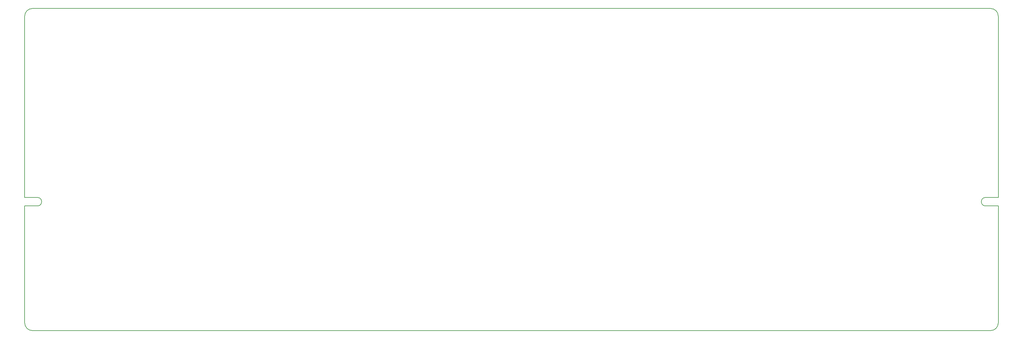
<source format=gbr>
%TF.GenerationSoftware,KiCad,Pcbnew,(6.0.0-rc1-306-g01eebd0b9d)*%
%TF.CreationDate,2022-02-27T11:11:43+00:00*%
%TF.ProjectId,lumberelite,6c756d62-6572-4656-9c69-74652e6b6963,2022.2*%
%TF.SameCoordinates,Original*%
%TF.FileFunction,Profile,NP*%
%FSLAX46Y46*%
G04 Gerber Fmt 4.6, Leading zero omitted, Abs format (unit mm)*
G04 Created by KiCad (PCBNEW (6.0.0-rc1-306-g01eebd0b9d)) date 2022-02-27 11:11:43*
%MOMM*%
%LPD*%
G01*
G04 APERTURE LIST*
%TA.AperFunction,Profile*%
%ADD10C,0.200000*%
%TD*%
G04 APERTURE END LIST*
D10*
X335000000Y-105250000D02*
X335000000Y-52250000D01*
X332750000Y-144200000D02*
X52250000Y-144200000D01*
X52250000Y-50000000D02*
G75*
G03*
X50000000Y-52250000I1J-2250001D01*
G01*
X50000000Y-105250000D02*
X50000000Y-52250000D01*
X335000000Y-52250000D02*
G75*
G03*
X332750000Y-50000000I-2250001J-1D01*
G01*
X332750000Y-144200000D02*
G75*
G03*
X335000000Y-141950000I-1J2250001D01*
G01*
X50000000Y-141950000D02*
G75*
G03*
X52250000Y-144200000I2250001J1D01*
G01*
X332750000Y-50000000D02*
X52250000Y-50000000D01*
X331291200Y-105250000D02*
G75*
G03*
X331291200Y-107750000I0J-1250000D01*
G01*
X53708900Y-107750000D02*
X50000000Y-107750000D01*
X50000000Y-107750000D02*
X50000000Y-141950000D01*
X331291200Y-107752000D02*
X335000000Y-107752000D01*
X335000000Y-107752000D02*
X335000000Y-141950000D01*
X331291200Y-105250000D02*
X335000000Y-105250000D01*
X53708900Y-107750000D02*
G75*
G03*
X53708900Y-105250000I0J1250000D01*
G01*
X53708900Y-105250000D02*
X50000000Y-105250000D01*
M02*

</source>
